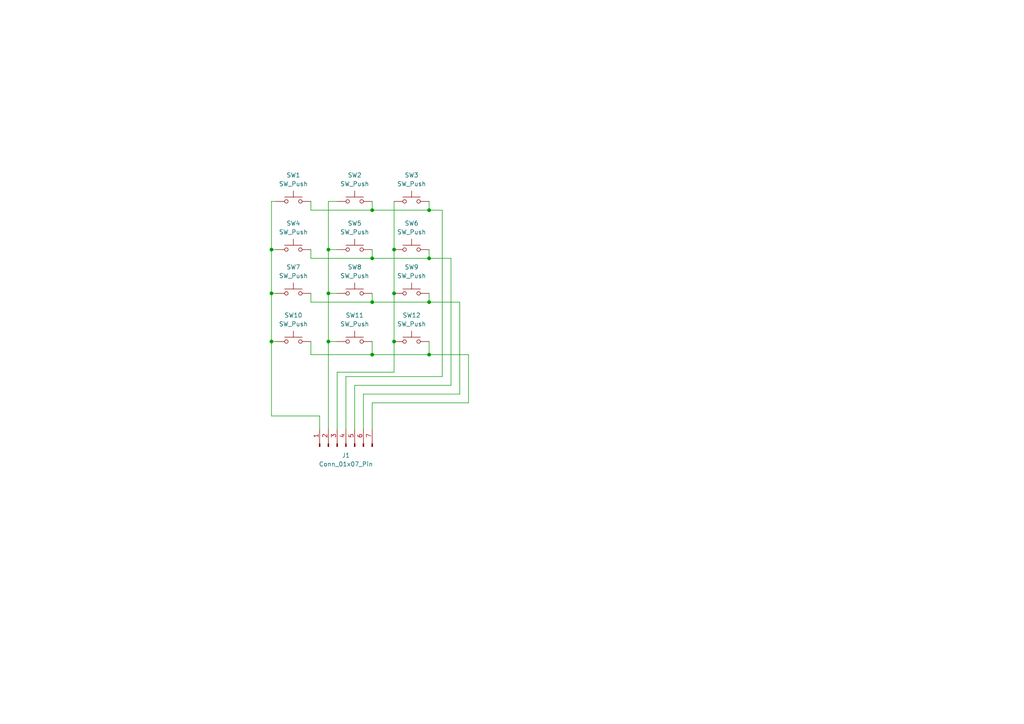
<source format=kicad_sch>
(kicad_sch (version 20250114) (generator "eeschema") (generator_version "9.0")
  (paper "A4")
  (lib_symbols
    (symbol "Connector:Conn_01x07_Pin" (pin_names (offset 1.016) (hide yes))
      (property "Reference" "J" (at 0 10.16 0))
      (property "Value" "Conn_01x07_Pin" (at 0 -10.16 0))
      (symbol "Conn_01x07_Pin_1_1"
        (rectangle (start 0.8636 7.747) (end 0 7.493) (stroke (width 0.1524)) (fill (type outline)))
        (rectangle (start 0.8636 5.207) (end 0 4.953) (stroke (width 0.1524)) (fill (type outline)))
        (rectangle (start 0.8636 2.667) (end 0 2.413) (stroke (width 0.1524)) (fill (type outline)))
        (rectangle (start 0.8636 0.127) (end 0 -0.127) (stroke (width 0.1524)) (fill (type outline)))
        (rectangle (start 0.8636 -2.413) (end 0 -2.667) (stroke (width 0.1524)) (fill (type outline)))
        (rectangle (start 0.8636 -4.953) (end 0 -5.207) (stroke (width 0.1524)) (fill (type outline)))
        (rectangle (start 0.8636 -7.493) (end 0 -7.747) (stroke (width 0.1524)) (fill (type outline)))
        (polyline (pts (xy 1.27 7.62) (xy 0.8636 7.62)) (stroke (width 0.1524)))
        (polyline (pts (xy 1.27 5.08) (xy 0.8636 5.08)) (stroke (width 0.1524)))
        (polyline (pts (xy 1.27 2.54) (xy 0.8636 2.54)) (stroke (width 0.1524)))
        (polyline (pts (xy 1.27 0) (xy 0.8636 0)) (stroke (width 0.1524)))
        (polyline (pts (xy 1.27 -2.54) (xy 0.8636 -2.54)) (stroke (width 0.1524)))
        (polyline (pts (xy 1.27 -5.08) (xy 0.8636 -5.08)) (stroke (width 0.1524)))
        (polyline (pts (xy 1.27 -7.62) (xy 0.8636 -7.62)) (stroke (width 0.1524)))
        (pin passive line (at 5.08 7.62 180) (length 3.81) (name "Pin_1") (number "1"))
        (pin passive line (at 5.08 5.08 180) (length 3.81) (name "Pin_2") (number "2"))
        (pin passive line (at 5.08 2.54 180) (length 3.81) (name "Pin_3") (number "3"))
        (pin passive line (at 5.08 0 180) (length 3.81) (name "Pin_4") (number "4"))
        (pin passive line (at 5.08 -2.54 180) (length 3.81) (name "Pin_5") (number "5"))
        (pin passive line (at 5.08 -5.08 180) (length 3.81) (name "Pin_6") (number "6"))
        (pin passive line (at 5.08 -7.62 180) (length 3.81) (name "Pin_7") (number "7"))
      )
    )
    (symbol "Switch:SW_Push" (pin_numbers (hide yes)) (pin_names (offset 1.016) (hide yes))
      (property "Reference" "SW" (at 1.27 2.54 0))
      (property "Value" "SW_Push" (at 0 -1.524 0))
      (symbol "SW_Push_0_1"
        (circle (center -2.032 0) (radius 0.508))
        (polyline (pts (xy 0 1.27) (xy 0 3.048)))
        (circle (center 2.032 0) (radius 0.508))
        (polyline (pts (xy 2.54 1.27) (xy -2.54 1.27)))
        (pin passive line (at -5.08 0 0) (length 2.54) (name "1") (number "1"))
        (pin passive line (at 5.08 0 180) (length 2.54) (name "2") (number "2"))
      )
    )
  )
  (junction (at 107.95 102.87))
  (junction (at 78.74 99.06))
  (junction (at 95.25 72.39))
  (junction (at 124.46 87.63))
  (junction (at 124.46 102.87))
  (junction (at 78.74 85.09))
  (junction (at 124.46 60.96))
  (junction (at 107.95 60.96))
  (junction (at 78.74 72.39))
  (junction (at 124.46 74.93))
  (junction (at 107.95 74.93))
  (junction (at 107.95 87.63))
  (junction (at 114.3 72.39))
  (junction (at 95.25 99.06))
  (junction (at 114.3 99.06))
  (junction (at 114.3 85.09))
  (junction (at 95.25 85.09))
  (wire (pts (xy 107.95 116.84) (xy 107.95 124.46)))
  (wire (pts (xy 90.17 74.93) (xy 107.95 74.93)))
  (wire (pts (xy 95.25 85.09) (xy 95.25 99.06)))
  (wire (pts (xy 107.95 87.63) (xy 124.46 87.63)))
  (wire (pts (xy 114.3 85.09) (xy 114.3 99.06)))
  (wire (pts (xy 124.46 102.87) (xy 135.89 102.87)))
  (wire (pts (xy 133.35 114.3) (xy 105.41 114.3)))
  (wire (pts (xy 124.46 74.93) (xy 130.81 74.93)))
  (wire (pts (xy 133.35 87.63) (xy 133.35 114.3)))
  (wire (pts (xy 95.25 85.09) (xy 97.79 85.09)))
  (wire (pts (xy 78.74 99.06) (xy 80.01 99.06)))
  (wire (pts (xy 107.95 60.96) (xy 124.46 60.96)))
  (wire (pts (xy 100.33 109.22) (xy 100.33 124.46)))
  (wire (pts (xy 78.74 120.65) (xy 92.71 120.65)))
  (wire (pts (xy 90.17 58.42) (xy 90.17 60.96)))
  (wire (pts (xy 78.74 72.39) (xy 78.74 85.09)))
  (wire (pts (xy 124.46 85.09) (xy 124.46 87.63)))
  (wire (pts (xy 128.27 60.96) (xy 128.27 109.22)))
  (wire (pts (xy 107.95 85.09) (xy 107.95 87.63)))
  (wire (pts (xy 95.25 99.06) (xy 97.79 99.06)))
  (wire (pts (xy 105.41 114.3) (xy 105.41 124.46)))
  (wire (pts (xy 90.17 85.09) (xy 90.17 87.63)))
  (wire (pts (xy 95.25 58.42) (xy 95.25 72.39)))
  (wire (pts (xy 90.17 72.39) (xy 90.17 74.93)))
  (wire (pts (xy 97.79 58.42) (xy 95.25 58.42)))
  (wire (pts (xy 95.25 72.39) (xy 95.25 85.09)))
  (wire (pts (xy 114.3 72.39) (xy 114.3 85.09)))
  (wire (pts (xy 78.74 85.09) (xy 80.01 85.09)))
  (wire (pts (xy 130.81 74.93) (xy 130.81 111.76)))
  (wire (pts (xy 107.95 99.06) (xy 107.95 102.87)))
  (wire (pts (xy 107.95 74.93) (xy 107.95 72.39)))
  (wire (pts (xy 124.46 99.06) (xy 124.46 102.87)))
  (wire (pts (xy 124.46 87.63) (xy 133.35 87.63)))
  (wire (pts (xy 97.79 107.95) (xy 97.79 124.46)))
  (wire (pts (xy 90.17 60.96) (xy 107.95 60.96)))
  (wire (pts (xy 95.25 99.06) (xy 95.25 124.46)))
  (wire (pts (xy 114.3 107.95) (xy 97.79 107.95)))
  (wire (pts (xy 90.17 102.87) (xy 107.95 102.87)))
  (wire (pts (xy 107.95 58.42) (xy 107.95 60.96)))
  (wire (pts (xy 95.25 72.39) (xy 97.79 72.39)))
  (wire (pts (xy 128.27 109.22) (xy 100.33 109.22)))
  (wire (pts (xy 107.95 102.87) (xy 124.46 102.87)))
  (wire (pts (xy 114.3 58.42) (xy 114.3 72.39)))
  (wire (pts (xy 78.74 99.06) (xy 78.74 120.65)))
  (wire (pts (xy 124.46 72.39) (xy 124.46 74.93)))
  (wire (pts (xy 114.3 99.06) (xy 114.3 107.95)))
  (wire (pts (xy 135.89 102.87) (xy 135.89 116.84)))
  (wire (pts (xy 80.01 58.42) (xy 78.74 58.42)))
  (wire (pts (xy 90.17 99.06) (xy 90.17 102.87)))
  (wire (pts (xy 130.81 111.76) (xy 102.87 111.76)))
  (wire (pts (xy 78.74 85.09) (xy 78.74 99.06)))
  (wire (pts (xy 135.89 116.84) (xy 107.95 116.84)))
  (wire (pts (xy 107.95 74.93) (xy 124.46 74.93)))
  (wire (pts (xy 124.46 58.42) (xy 124.46 60.96)))
  (wire (pts (xy 78.74 58.42) (xy 78.74 72.39)))
  (wire (pts (xy 78.74 72.39) (xy 80.01 72.39)))
  (wire (pts (xy 90.17 87.63) (xy 107.95 87.63)))
  (wire (pts (xy 124.46 60.96) (xy 128.27 60.96)))
  (wire (pts (xy 92.71 120.65) (xy 92.71 124.46)))
  (wire (pts (xy 102.87 111.76) (xy 102.87 124.46)))
  (symbol (lib_id "Switch:SW_Push") (at 85.09 72.39 0) (unit 1)
    (property "Reference" "SW4" (at 85.09 64.77 0))
    (property "Value" "SW_Push" (at 85.09 67.31 0))
    (property "Footprint" "Button_Switch_THT:SW_PUSH_6mm" (effects (hide yes)))
    (property "Description" "Push button switch, generic, two pins" (effects (hide yes)))
  )
  (symbol (lib_id "Switch:SW_Push") (at 119.38 99.06 0) (unit 1)
    (property "Reference" "SW12" (at 119.38 91.44 0))
    (property "Value" "SW_Push" (at 119.38 93.98 0))
    (property "Footprint" "Button_Switch_THT:SW_PUSH_6mm" (effects (hide yes)))
    (property "Description" "Push button switch, generic, two pins" (effects (hide yes)))
  )
  (symbol (lib_id "Switch:SW_Push") (at 119.38 58.42 0) (unit 1)
    (property "Reference" "SW3" (at 119.38 50.8 0))
    (property "Value" "SW_Push" (at 119.38 53.34 0))
    (property "Footprint" "Button_Switch_THT:SW_PUSH_6mm" (effects (hide yes)))
    (property "Description" "Push button switch, generic, two pins" (effects (hide yes)))
  )
  (symbol (lib_id "Switch:SW_Push") (at 85.09 85.09 0) (unit 1)
    (property "Reference" "SW7" (at 85.09 77.47 0))
    (property "Value" "SW_Push" (at 85.09 80.01 0))
    (property "Footprint" "Button_Switch_THT:SW_PUSH_6mm" (effects (hide yes)))
    (property "Description" "Push button switch, generic, two pins" (effects (hide yes)))
  )
  (symbol (lib_id "Switch:SW_Push") (at 102.87 99.06 0) (unit 1)
    (property "Reference" "SW11" (at 102.87 91.44 0))
    (property "Value" "SW_Push" (at 102.87 93.98 0))
    (property "Footprint" "Button_Switch_THT:SW_PUSH_6mm" (effects (hide yes)))
    (property "Description" "Push button switch, generic, two pins" (effects (hide yes)))
  )
  (symbol (lib_id "Switch:SW_Push") (at 102.87 58.42 0) (unit 1)
    (property "Reference" "SW2" (at 102.87 50.8 0))
    (property "Value" "SW_Push" (at 102.87 53.34 0))
    (property "Footprint" "Button_Switch_THT:SW_PUSH_6mm" (effects (hide yes)))
    (property "Description" "Push button switch, generic, two pins" (effects (hide yes)))
  )
  (symbol (lib_id "Connector:Conn_01x07_Pin") (at 100.33 129.54 90) (unit 1)
    (property "Reference" "J1" (at 100.33 132.08 90))
    (property "Value" "Conn_01x07_Pin" (at 100.33 134.62 90))
    (property "Footprint" "Connector_PinHeader_2.54mm:PinHeader_1x07_P2.54mm_Vertical" (effects (hide yes)))
    (property "Description" "Generic connector, single row, 01x07, script generated" (effects (hide yes)))
  )
  (symbol (lib_id "Switch:SW_Push") (at 102.87 72.39 0) (unit 1)
    (property "Reference" "SW5" (at 102.87 64.77 0))
    (property "Value" "SW_Push" (at 102.87 67.31 0))
    (property "Footprint" "Button_Switch_THT:SW_PUSH_6mm" (effects (hide yes)))
    (property "Description" "Push button switch, generic, two pins" (effects (hide yes)))
  )
  (symbol (lib_id "Switch:SW_Push") (at 119.38 72.39 0) (unit 1)
    (property "Reference" "SW6" (at 119.38 64.77 0))
    (property "Value" "SW_Push" (at 119.38 67.31 0))
    (property "Footprint" "Button_Switch_THT:SW_PUSH_6mm" (effects (hide yes)))
    (property "Description" "Push button switch, generic, two pins" (effects (hide yes)))
  )
  (symbol (lib_id "Switch:SW_Push") (at 85.09 58.42 0) (unit 1)
    (property "Reference" "SW1" (at 85.09 50.8 0))
    (property "Value" "SW_Push" (at 85.09 53.34 0))
    (property "Footprint" "Button_Switch_THT:SW_PUSH_6mm" (effects (hide yes)))
    (property "Description" "Push button switch, generic, two pins" (effects (hide yes)))
  )
  (symbol (lib_id "Switch:SW_Push") (at 85.09 99.06 0) (unit 1)
    (property "Reference" "SW10" (at 85.09 91.44 0))
    (property "Value" "SW_Push" (at 85.09 93.98 0))
    (property "Footprint" "Button_Switch_THT:SW_PUSH_6mm" (effects (hide yes)))
    (property "Description" "Push button switch, generic, two pins" (effects (hide yes)))
  )
  (symbol (lib_id "Switch:SW_Push") (at 119.38 85.09 0) (unit 1)
    (property "Reference" "SW9" (at 119.38 77.47 0))
    (property "Value" "SW_Push" (at 119.38 80.01 0))
    (property "Footprint" "Button_Switch_THT:SW_PUSH_6mm" (effects (hide yes)))
    (property "Description" "Push button switch, generic, two pins" (effects (hide yes)))
  )
  (symbol (lib_id "Switch:SW_Push") (at 102.87 85.09 0) (unit 1)
    (property "Reference" "SW8" (at 102.87 77.47 0))
    (property "Value" "SW_Push" (at 102.87 80.01 0))
    (property "Footprint" "Button_Switch_THT:SW_PUSH_6mm" (effects (hide yes)))
    (property "Description" "Push button switch, generic, two pins" (effects (hide yes)))
  )
)
</source>
